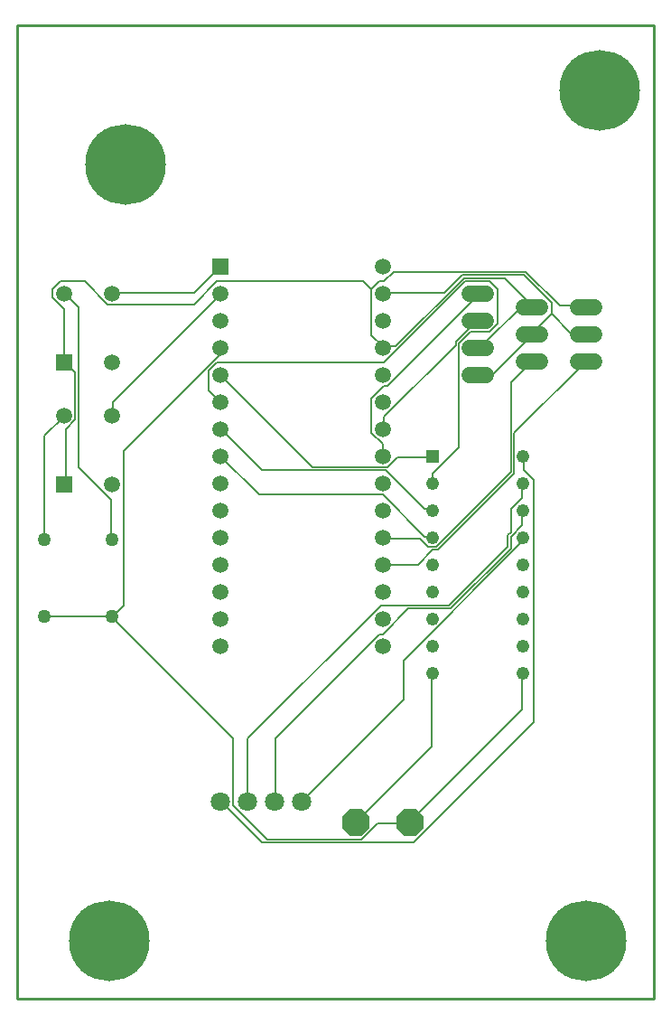
<source format=gbr>
G04 EAGLE Gerber RS-274X export*
G75*
%MOMM*%
%FSLAX34Y34*%
%LPD*%
%INTop Copper*%
%IPPOS*%
%AMOC8*
5,1,8,0,0,1.08239X$1,22.5*%
G01*
G04 Define Apertures*
%ADD10C,1.524000*%
%ADD11P,2.74927X8X22.5*%
%ADD12C,1.260000*%
%ADD13R,1.498600X1.498600*%
%ADD14C,1.498600*%
%ADD15C,1.800000*%
%ADD16R,1.228000X1.228000*%
%ADD17C,1.228000*%
%ADD18R,1.508000X1.508000*%
%ADD19C,1.508000*%
%ADD20C,7.550000*%
%ADD21C,0.152400*%
%ADD22C,0.254000*%
D10*
X970280Y749300D02*
X985520Y749300D01*
X985520Y723900D02*
X970280Y723900D01*
X970280Y698500D02*
X985520Y698500D01*
X985520Y673100D02*
X970280Y673100D01*
D11*
X863600Y254000D03*
X914400Y254000D03*
D12*
X571500Y446400D03*
X571500Y518800D03*
X635000Y446400D03*
X635000Y518800D03*
D13*
X590042Y684276D03*
D14*
X635000Y684276D03*
X635000Y749300D03*
X590042Y749300D03*
D13*
X590042Y569976D03*
D14*
X635000Y569976D03*
X635000Y635000D03*
X590042Y635000D03*
D15*
X736600Y273160D03*
X812800Y273160D03*
X787400Y273160D03*
X762000Y273160D03*
D16*
X935400Y596900D03*
D17*
X935400Y571500D03*
X935400Y546100D03*
X935400Y520700D03*
X935400Y495300D03*
X935400Y469900D03*
X935400Y444500D03*
X935400Y419100D03*
X935400Y393700D03*
X1020400Y393700D03*
X1020400Y419100D03*
X1020400Y444500D03*
X1020400Y469900D03*
X1020400Y495300D03*
X1020400Y520700D03*
X1020400Y546100D03*
X1020400Y571500D03*
X1020400Y596900D03*
D18*
X736600Y774700D03*
D19*
X736600Y749300D03*
X736600Y723900D03*
X736600Y698500D03*
X736600Y673100D03*
X736600Y647700D03*
X736600Y622300D03*
X736600Y596900D03*
X736600Y571500D03*
X736600Y546100D03*
X736600Y520700D03*
X736600Y495300D03*
X736600Y469900D03*
X736600Y444500D03*
X736600Y419100D03*
X889000Y419100D03*
X889000Y444500D03*
X889000Y469900D03*
X889000Y495300D03*
X889000Y520700D03*
X889000Y546100D03*
X889000Y571500D03*
X889000Y596900D03*
X889000Y622300D03*
X889000Y647700D03*
X889000Y673100D03*
X889000Y698500D03*
X889000Y723900D03*
X889000Y749300D03*
X889000Y774700D03*
D10*
X1021080Y736600D02*
X1036320Y736600D01*
X1036320Y711200D02*
X1021080Y711200D01*
X1021080Y685800D02*
X1036320Y685800D01*
X1071880Y736600D02*
X1087120Y736600D01*
X1087120Y711200D02*
X1071880Y711200D01*
X1071880Y685800D02*
X1087120Y685800D01*
D20*
X632110Y142590D03*
X1079500Y142590D03*
X1092200Y939800D03*
X647700Y870110D03*
D21*
X888492Y608076D02*
X888492Y597408D01*
X888492Y608076D02*
X877824Y618744D01*
X877824Y650748D01*
X890016Y662940D01*
X893064Y662940D01*
X978408Y748284D01*
X888492Y597408D02*
X889000Y596900D01*
X978408Y748284D02*
X977900Y749300D01*
X890016Y633984D02*
X890016Y623316D01*
X890016Y633984D02*
X957072Y701040D01*
X957072Y704088D01*
X976884Y723900D01*
X890016Y623316D02*
X889000Y622300D01*
X976884Y723900D02*
X977900Y723900D01*
X591312Y621792D02*
X591312Y569976D01*
X591312Y621792D02*
X600456Y630936D01*
X600456Y675132D01*
X591312Y684276D01*
X591312Y569976D02*
X590042Y569976D01*
X590042Y684276D02*
X591312Y684276D01*
X890016Y699516D02*
X900684Y699516D01*
X964692Y763524D01*
X1002792Y763524D01*
X1024128Y742188D02*
X1028700Y737616D01*
X1024128Y742188D02*
X1002792Y763524D01*
X890016Y699516D02*
X889000Y698500D01*
X1028700Y736600D02*
X1028700Y737616D01*
X981456Y699516D02*
X978408Y699516D01*
X981456Y699516D02*
X1024128Y742188D01*
X978408Y699516D02*
X977900Y698500D01*
X1028700Y736600D02*
X1024128Y742188D01*
X1054608Y737616D02*
X1078992Y737616D01*
X1054608Y737616D02*
X1022604Y769620D01*
X899160Y769620D01*
X890016Y760476D01*
X885444Y760476D01*
X877824Y752856D01*
X877824Y710184D01*
X888492Y699516D01*
X1078992Y737616D02*
X1079500Y736600D01*
X889000Y698500D02*
X888492Y699516D01*
X589788Y684276D02*
X589788Y734568D01*
X579120Y745236D01*
X579120Y752856D01*
X586740Y760476D01*
X609600Y760476D01*
X630936Y739140D01*
X711708Y739140D01*
X733044Y760476D01*
X870204Y760476D01*
X877824Y752856D01*
X590042Y684276D02*
X589788Y684276D01*
X890016Y749808D02*
X946404Y749808D01*
X963168Y766572D01*
X1021080Y766572D01*
X1046988Y740664D01*
X1046988Y729996D01*
X1028700Y711708D01*
X890016Y749808D02*
X889000Y749300D01*
X1028700Y711708D02*
X1028700Y711200D01*
X992124Y673608D02*
X978408Y673608D01*
X992124Y673608D02*
X1028700Y710184D01*
X978408Y673608D02*
X977900Y673100D01*
X1028700Y710184D02*
X1028700Y711200D01*
X1065276Y711708D02*
X1078992Y711708D01*
X1065276Y711708D02*
X1046988Y729996D01*
X1078992Y711708D02*
X1079500Y711200D01*
X923544Y519684D02*
X890016Y519684D01*
X923544Y519684D02*
X931164Y512064D01*
X938784Y512064D01*
X1008888Y582168D01*
X1008888Y665988D01*
X1028700Y685800D01*
X889000Y520700D02*
X890016Y519684D01*
X889000Y495300D02*
X922020Y495300D01*
X935736Y509016D01*
X940308Y509016D01*
X1011936Y580644D01*
X1011936Y618744D01*
X1078992Y685800D01*
X1079500Y685800D01*
X633984Y556260D02*
X633984Y519684D01*
X633984Y556260D02*
X603504Y586740D01*
X603504Y736092D01*
X591312Y748284D01*
X633984Y519684D02*
X635000Y518800D01*
X591312Y748284D02*
X590042Y749300D01*
X571500Y615696D02*
X571500Y518800D01*
X571500Y615696D02*
X589788Y633984D01*
X590042Y635000D01*
X1019556Y393192D02*
X1019556Y359664D01*
X914400Y254508D01*
X1019556Y393192D02*
X1020400Y393700D01*
X914400Y254508D02*
X914400Y254000D01*
X633984Y446532D02*
X571500Y446532D01*
X571500Y446400D01*
X633984Y446532D02*
X635000Y446400D01*
X736092Y691896D02*
X736092Y697992D01*
X736092Y691896D02*
X646176Y601980D01*
X646176Y457200D01*
X635508Y446532D01*
X736092Y697992D02*
X736600Y698500D01*
X635508Y446532D02*
X635000Y446400D01*
X883920Y252984D02*
X914400Y252984D01*
X883920Y252984D02*
X868680Y237744D01*
X780288Y237744D01*
X748284Y269748D01*
X748284Y332232D01*
X635508Y445008D01*
X914400Y254000D02*
X914400Y252984D01*
X635508Y445008D02*
X635000Y446400D01*
X635508Y749808D02*
X711708Y749808D01*
X736600Y774700D01*
X635508Y749808D02*
X635000Y749300D01*
X1021080Y595884D02*
X1021080Y583692D01*
X1030224Y574548D01*
X1030224Y347472D01*
X917448Y234696D01*
X775716Y234696D01*
X737616Y272796D01*
X1021080Y595884D02*
X1020400Y596900D01*
X737616Y272796D02*
X736600Y273160D01*
X1019556Y557784D02*
X1019556Y571500D01*
X1019556Y557784D02*
X1008888Y547116D01*
X1008888Y525780D01*
X1005840Y522732D01*
X1005840Y512064D01*
X950976Y457200D01*
X886968Y457200D01*
X762000Y332232D01*
X762000Y273160D01*
X1019556Y571500D02*
X1020400Y571500D01*
X1019556Y545592D02*
X1019556Y531876D01*
X1008888Y521208D01*
X1008888Y510540D01*
X952500Y454152D01*
X912876Y454152D01*
X888492Y429768D01*
X885444Y429768D01*
X787908Y332232D01*
X787908Y274320D01*
X1019556Y545592D02*
X1020400Y546100D01*
X787908Y274320D02*
X787400Y273160D01*
X1019556Y516636D02*
X1019556Y519684D01*
X1019556Y516636D02*
X908304Y405384D01*
X908304Y368808D01*
X813816Y274320D01*
X1019556Y519684D02*
X1020400Y520700D01*
X813816Y274320D02*
X812800Y273160D01*
X902208Y595884D02*
X934212Y595884D01*
X902208Y595884D02*
X893064Y586740D01*
X822960Y586740D01*
X736600Y673100D01*
X934212Y595884D02*
X935400Y596900D01*
X935736Y580644D02*
X935736Y571500D01*
X935736Y580644D02*
X960120Y605028D01*
X960120Y702564D01*
X970788Y713232D01*
X989076Y713232D01*
X996696Y720852D01*
X996696Y752856D01*
X989076Y760476D01*
X966216Y760476D01*
X890016Y684276D01*
X733044Y684276D01*
X725424Y676656D01*
X725424Y658368D01*
X736092Y647700D01*
X935400Y571500D02*
X935736Y571500D01*
X736600Y647700D02*
X736092Y647700D01*
X928116Y547116D02*
X934212Y547116D01*
X928116Y547116D02*
X891540Y583692D01*
X775716Y583692D01*
X737616Y621792D01*
X934212Y547116D02*
X935400Y546100D01*
X737616Y621792D02*
X736600Y622300D01*
X928116Y521208D02*
X934212Y521208D01*
X928116Y521208D02*
X888492Y560832D01*
X772668Y560832D01*
X736600Y596900D01*
X934212Y521208D02*
X935400Y520700D01*
X635508Y635508D02*
X635508Y647700D01*
X736092Y748284D01*
X635508Y635508D02*
X635000Y635000D01*
X736092Y748284D02*
X736600Y749300D01*
X934212Y393192D02*
X934212Y324612D01*
X863600Y254000D01*
X934212Y393192D02*
X935400Y393700D01*
D22*
X546100Y88900D02*
X1142800Y88900D01*
X1142800Y1000000D01*
X546100Y1000000D01*
X546100Y88900D01*
M02*

</source>
